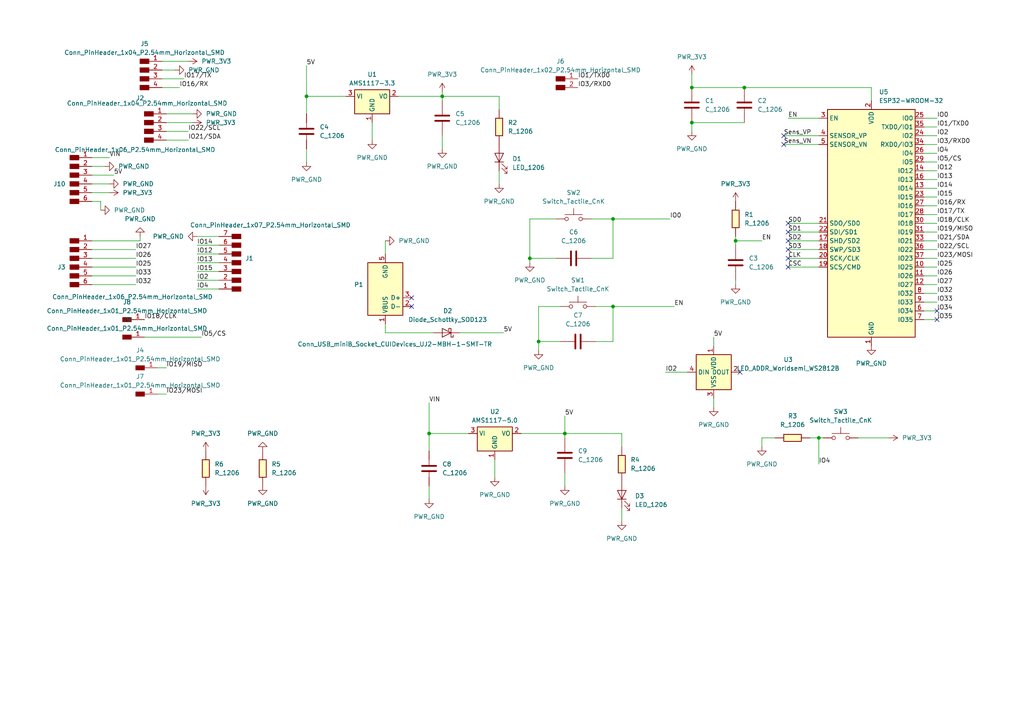
<source format=kicad_sch>
(kicad_sch (version 20231120) (generator "eeschema") (generator_version "8.0")
  (paper "A4")
  (lib_symbols
    (symbol "RF_Module:ESP32-WROOM-32"
      (property "Reference" "U" (at -12.7 34.29 0))
      (property "Value" "ESP32-WROOM-32" (at 1.27 34.29 0))
      (symbol "ESP32-WROOM-32_0_1"
        (rectangle (start -12.7 33.02) (end 12.7 -33.02) (stroke (width 0.254)) (fill (type background)))
      )
      (symbol "ESP32-WROOM-32_1_1"
        (pin power_in line (at 0 -35.56 90) (length 2.54) (name "GND") (number "1"))
        (pin bidirectional line (at 15.24 -12.7 180) (length 2.54) (name "IO25") (number "10"))
        (pin bidirectional line (at 15.24 -15.24 180) (length 2.54) (name "IO26") (number "11"))
        (pin bidirectional line (at 15.24 -17.78 180) (length 2.54) (name "IO27") (number "12"))
        (pin bidirectional line (at 15.24 10.16 180) (length 2.54) (name "IO14") (number "13"))
        (pin bidirectional line (at 15.24 15.24 180) (length 2.54) (name "IO12") (number "14"))
        (pin passive line (at 0 -35.56 90) (length 2.54) hide (name "GND") (number "15"))
        (pin bidirectional line (at 15.24 12.7 180) (length 2.54) (name "IO13") (number "16"))
        (pin bidirectional line (at -15.24 -5.08 0) (length 2.54) (name "SHD/SD2") (number "17"))
        (pin bidirectional line (at -15.24 -7.62 0) (length 2.54) (name "SWP/SD3") (number "18"))
        (pin bidirectional line (at -15.24 -12.7 0) (length 2.54) (name "SCS/CMD") (number "19"))
        (pin power_in line (at 0 35.56 270) (length 2.54) (name "VDD") (number "2"))
        (pin bidirectional line (at -15.24 -10.16 0) (length 2.54) (name "SCK/CLK") (number "20"))
        (pin bidirectional line (at -15.24 0 0) (length 2.54) (name "SDO/SD0") (number "21"))
        (pin bidirectional line (at -15.24 -2.54 0) (length 2.54) (name "SDI/SD1") (number "22"))
        (pin bidirectional line (at 15.24 7.62 180) (length 2.54) (name "IO15") (number "23"))
        (pin bidirectional line (at 15.24 25.4 180) (length 2.54) (name "IO2") (number "24"))
        (pin bidirectional line (at 15.24 30.48 180) (length 2.54) (name "IO0") (number "25"))
        (pin bidirectional line (at 15.24 20.32 180) (length 2.54) (name "IO4") (number "26"))
        (pin bidirectional line (at 15.24 5.08 180) (length 2.54) (name "IO16") (number "27"))
        (pin bidirectional line (at 15.24 2.54 180) (length 2.54) (name "IO17") (number "28"))
        (pin bidirectional line (at 15.24 17.78 180) (length 2.54) (name "IO5") (number "29"))
        (pin input line (at -15.24 30.48 0) (length 2.54) (name "EN") (number "3"))
        (pin bidirectional line (at 15.24 0 180) (length 2.54) (name "IO18") (number "30"))
        (pin bidirectional line (at 15.24 -2.54 180) (length 2.54) (name "IO19") (number "31"))
        (pin no_connect line (at -12.7 -27.94 0) (length 2.54) hide (name "NC") (number "32"))
        (pin bidirectional line (at 15.24 -5.08 180) (length 2.54) (name "IO21") (number "33"))
        (pin bidirectional line (at 15.24 22.86 180) (length 2.54) (name "RXD0/IO3") (number "34"))
        (pin bidirectional line (at 15.24 27.94 180) (length 2.54) (name "TXD0/IO1") (number "35"))
        (pin bidirectional line (at 15.24 -7.62 180) (length 2.54) (name "IO22") (number "36"))
        (pin bidirectional line (at 15.24 -10.16 180) (length 2.54) (name "IO23") (number "37"))
        (pin passive line (at 0 -35.56 90) (length 2.54) hide (name "GND") (number "38"))
        (pin passive line (at 0 -35.56 90) (length 2.54) hide (name "GND") (number "39"))
        (pin input line (at -15.24 25.4 0) (length 2.54) (name "SENSOR_VP") (number "4"))
        (pin input line (at -15.24 22.86 0) (length 2.54) (name "SENSOR_VN") (number "5"))
        (pin input line (at 15.24 -25.4 180) (length 2.54) (name "IO34") (number "6"))
        (pin input line (at 15.24 -27.94 180) (length 2.54) (name "IO35") (number "7"))
        (pin bidirectional line (at 15.24 -20.32 180) (length 2.54) (name "IO32") (number "8"))
        (pin bidirectional line (at 15.24 -22.86 180) (length 2.54) (name "IO33") (number "9"))
      )
    )
    (symbol "Regulator_Linear:AMS1117-3.3"
      (property "Reference" "U" (at -3.81 3.175 0))
      (property "Value" "AMS1117-3.3" (at 0 3.175 0))
      (symbol "AMS1117-3.3_0_1"
        (rectangle (start -5.08 -5.08) (end 5.08 1.905) (stroke (width 0.254)) (fill (type background)))
      )
      (symbol "AMS1117-3.3_1_1"
        (pin power_in line (at 0 -7.62 90) (length 2.54) (name "GND") (number "1"))
        (pin power_out line (at 7.62 0 180) (length 2.54) (name "VO") (number "2"))
        (pin power_in line (at -7.62 0 0) (length 2.54) (name "VI") (number "3"))
      )
    )
    (symbol "Regulator_Linear:AMS1117-5.0"
      (property "Reference" "U" (at -3.81 3.175 0))
      (property "Value" "AMS1117-5.0" (at 0 3.175 0))
      (symbol "AMS1117-5.0_0_1"
        (rectangle (start -5.08 -5.08) (end 5.08 1.905) (stroke (width 0.254)) (fill (type background)))
      )
      (symbol "AMS1117-5.0_1_1"
        (pin power_in line (at 0 -7.62 90) (length 2.54) (name "GND") (number "1"))
        (pin power_out line (at 7.62 0 180) (length 2.54) (name "VO") (number "2"))
        (pin power_in line (at -7.62 0 0) (length 2.54) (name "VI") (number "3"))
      )
    )
    (symbol "fab:C_1206" (pin_numbers hide)
      (property "Reference" "C" (at 0.635 2.54 0))
      (property "Value" "C_1206" (at 0.635 -2.54 0))
      (symbol "C_1206_0_1"
        (polyline (pts (xy -2.032 -0.762) (xy 2.032 -0.762)) (stroke (width 0.508)))
        (polyline (pts (xy -2.032 0.762) (xy 2.032 0.762)) (stroke (width 0.508)))
        (polyline (pts (xy 0 -0.635) (xy 0 -2.54)))
        (polyline (pts (xy 0 0.635) (xy 0 2.54)))
      )
      (symbol "C_1206_1_1"
        (pin passive line (at 0 5.08 270) (length 2.54) (name "~") (number "1"))
        (pin passive line (at 0 -5.08 90) (length 2.54) (name "~") (number "2"))
      )
    )
    (symbol "fab:Conn_PinHeader_1x01_P2.54mm_Horizontal_SMD" (pin_names (offset 1.016) hide)
      (property "Reference" "J" (at 0 2.54 0))
      (property "Value" "Conn_PinHeader_1x01_P2.54mm_Horizontal_SMD" (at 0 -2.54 0))
      (symbol "Conn_PinHeader_1x01_P2.54mm_Horizontal_SMD_1_1"
        (rectangle (start -1.27 0.635) (end 1.27 -0.635) (stroke (width 0.1524)) (fill (type outline)))
        (pin passive line (at 5.08 0 180) (length 3.81) (name "Pin_1") (number "1"))
      )
    )
    (symbol "fab:Conn_PinHeader_1x02_P2.54mm_Horizontal_SMD" (pin_names hide)
      (property "Reference" "J" (at 0 2.54 0))
      (property "Value" "Conn_PinHeader_1x02_P2.54mm_Horizontal_SMD" (at 0 -5.08 0))
      (symbol "Conn_PinHeader_1x02_P2.54mm_Horizontal_SMD_1_1"
        (rectangle (start -1.27 -1.905) (end 1.27 -3.175) (stroke (width 0.254)) (fill (type outline)))
        (rectangle (start -1.27 0.635) (end 1.27 -0.635) (stroke (width 0.254)) (fill (type outline)))
        (pin passive line (at 5.08 0 180) (length 3.81) (name "Pin_1") (number "1"))
        (pin passive line (at 5.08 -2.54 180) (length 3.81) (name "Pin_2") (number "2"))
      )
    )
    (symbol "fab:Conn_PinHeader_1x04_P2.54mm_Horizontal_SMD" (pin_names hide)
      (property "Reference" "J" (at 0 5.08 0))
      (property "Value" "Conn_PinHeader_1x04_P2.54mm_Horizontal_SMD" (at 0 -7.62 0))
      (symbol "Conn_PinHeader_1x04_P2.54mm_Horizontal_SMD_1_1"
        (rectangle (start -1.27 -4.445) (end 1.27 -5.715) (stroke (width 0.254)) (fill (type outline)))
        (rectangle (start -1.27 -1.905) (end 1.27 -3.175) (stroke (width 0.254)) (fill (type outline)))
        (rectangle (start -1.27 0.635) (end 1.27 -0.635) (stroke (width 0.254)) (fill (type outline)))
        (rectangle (start -1.27 3.175) (end 1.27 1.905) (stroke (width 0.254)) (fill (type outline)))
        (pin passive line (at 5.08 2.54 180) (length 3.81) (name "Pin_1") (number "1"))
        (pin passive line (at 5.08 0 180) (length 3.81) (name "Pin_2") (number "2"))
        (pin passive line (at 5.08 -2.54 180) (length 3.81) (name "Pin_3") (number "3"))
        (pin passive line (at 5.08 -5.08 180) (length 3.81) (name "Pin_4") (number "4"))
      )
    )
    (symbol "fab:Conn_PinHeader_1x06_P2.54mm_Horizontal_SMD" (pin_names hide)
      (property "Reference" "J" (at 0 7.62 0))
      (property "Value" "Conn_PinHeader_1x06_P2.54mm_Horizontal_SMD" (at 0 -10.16 0))
      (symbol "Conn_PinHeader_1x06_P2.54mm_Horizontal_SMD_1_1"
        (rectangle (start -1.27 -6.985) (end 1.27 -8.255) (stroke (width 0.254)) (fill (type outline)))
        (rectangle (start -1.27 -4.445) (end 1.27 -5.715) (stroke (width 0.254)) (fill (type outline)))
        (rectangle (start -1.27 -1.905) (end 1.27 -3.175) (stroke (width 0.254)) (fill (type outline)))
        (rectangle (start -1.27 0.635) (end 1.27 -0.635) (stroke (width 0.254)) (fill (type outline)))
        (rectangle (start -1.27 3.175) (end 1.27 1.905) (stroke (width 0.254)) (fill (type outline)))
        (rectangle (start -1.27 5.715) (end 1.27 4.445) (stroke (width 0.254)) (fill (type outline)))
        (pin passive line (at 5.08 5.08 180) (length 3.81) (name "Pin_1") (number "1"))
        (pin passive line (at 5.08 2.54 180) (length 3.81) (name "Pin_2") (number "2"))
        (pin passive line (at 5.08 0 180) (length 3.81) (name "Pin_3") (number "3"))
        (pin passive line (at 5.08 -2.54 180) (length 3.81) (name "Pin_4") (number "4"))
        (pin passive line (at 5.08 -5.08 180) (length 3.81) (name "Pin_5") (number "5"))
        (pin passive line (at 5.08 -7.62 180) (length 3.81) (name "Pin_6") (number "6"))
      )
    )
    (symbol "fab:Conn_PinHeader_1x07_P2.54mm_Horizontal_SMD" (pin_names hide)
      (property "Reference" "J" (at 0 10.16 0))
      (property "Value" "Conn_PinHeader_1x07_P2.54mm_Horizontal_SMD" (at 0 -10.16 0))
      (symbol "Conn_PinHeader_1x07_P2.54mm_Horizontal_SMD_1_1"
        (rectangle (start -1.27 -6.985) (end 1.27 -8.255) (stroke (width 0.254)) (fill (type outline)))
        (rectangle (start -1.27 -4.445) (end 1.27 -5.715) (stroke (width 0.254)) (fill (type outline)))
        (rectangle (start -1.27 -1.905) (end 1.27 -3.175) (stroke (width 0.254)) (fill (type outline)))
        (rectangle (start -1.27 0.635) (end 1.27 -0.635) (stroke (width 0.254)) (fill (type outline)))
        (rectangle (start -1.27 3.175) (end 1.27 1.905) (stroke (width 0.254)) (fill (type outline)))
        (rectangle (start -1.27 5.715) (end 1.27 4.445) (stroke (width 0.254)) (fill (type outline)))
        (rectangle (start -1.27 8.255) (end 1.27 6.985) (stroke (width 0.254)) (fill (type outline)))
        (pin passive line (at 5.08 7.62 180) (length 3.81) (name "Pin_1") (number "1"))
        (pin passive line (at 5.08 5.08 180) (length 3.81) (name "Pin_2") (number "2"))
        (pin passive line (at 5.08 2.54 180) (length 3.81) (name "Pin_3") (number "3"))
        (pin passive line (at 5.08 0 180) (length 3.81) (name "Pin_4") (number "4"))
        (pin passive line (at 5.08 -2.54 180) (length 3.81) (name "Pin_5") (number "5"))
        (pin passive line (at 5.08 -5.08 180) (length 3.81) (name "Pin_6") (number "6"))
        (pin passive line (at 5.08 -7.62 180) (length 3.81) (name "Pin_7") (number "7"))
      )
    )
    (symbol "fab:Conn_USB_miniB_Socket_CUIDevices_UJ2-MBH-1-SMT-TR"
      (property "Reference" "P" (at -5.08 8.89 0))
      (property "Value" "Conn_USB_miniB_Socket_CUIDevices_UJ2-MBH-1-SMT-TR" (at 1.27 8.89 0))
      (symbol "Conn_USB_miniB_Socket_CUIDevices_UJ2-MBH-1-SMT-TR_0_1"
        (rectangle (start -5.08 7.62) (end 5.08 -7.62) (stroke (width 0.254)) (fill (type background)))
      )
      (symbol "Conn_USB_miniB_Socket_CUIDevices_UJ2-MBH-1-SMT-TR_1_1"
        (pin power_in line (at 0 10.16 270) (length 2.54) (name "VBUS") (number "1"))
        (pin bidirectional line (at -7.62 5.08 0) (length 2.54) (name "D-") (number "2"))
        (pin bidirectional line (at -7.62 2.54 0) (length 2.54) (name "D+") (number "3"))
        (pin no_connect line (at -7.62 -5.08 0) (length 2.54) hide (name "NC") (number "4"))
        (pin power_in line (at 0 -10.16 90) (length 2.54) (name "GND") (number "5"))
      )
    )
    (symbol "fab:Diode_Schottky_SOD123" (pin_numbers hide) (pin_names (offset 1.016) hide)
      (property "Reference" "D" (at 0 2.54 0))
      (property "Value" "Diode_Schottky_SOD123" (at 0 -2.54 0))
      (symbol "Diode_Schottky_SOD123_0_1"
        (polyline (pts (xy 1.27 0) (xy -1.27 0)))
        (polyline (pts (xy 1.27 1.27) (xy 1.27 -1.27) (xy -1.27 0) (xy 1.27 1.27)) (stroke (width 0.2032)))
        (polyline (pts (xy -1.905 0.635) (xy -1.905 1.27) (xy -1.27 1.27) (xy -1.27 -1.27) (xy -0.635 -1.27) (xy -0.635 -0.635)) (stroke (width 0.2032)))
      )
      (symbol "Diode_Schottky_SOD123_1_1"
        (pin passive line (at -3.81 0 0) (length 2.54) (name "K") (number "1"))
        (pin passive line (at 3.81 0 180) (length 2.54) (name "A") (number "2"))
      )
    )
    (symbol "fab:LED_1206" (pin_numbers hide) (pin_names (offset 1.016) hide)
      (property "Reference" "D" (at 0 2.54 0))
      (property "Value" "LED_1206" (at 0 -2.54 0))
      (symbol "LED_1206_0_1"
        (polyline (pts (xy -1.27 -1.27) (xy -1.27 1.27)) (stroke (width 0.2032)))
        (polyline (pts (xy -1.27 0) (xy 1.27 0)))
        (polyline (pts (xy 1.27 -1.27) (xy 1.27 1.27) (xy -1.27 0) (xy 1.27 -1.27)) (stroke (width 0.2032)))
        (polyline (pts (xy -3.048 -0.762) (xy -4.572 -2.286) (xy -3.81 -2.286) (xy -4.572 -2.286) (xy -4.572 -1.524)))
        (polyline (pts (xy -1.778 -0.762) (xy -3.302 -2.286) (xy -2.54 -2.286) (xy -3.302 -2.286) (xy -3.302 -1.524)))
      )
      (symbol "LED_1206_1_1"
        (pin passive line (at -3.81 0 0) (length 2.54) (name "K") (number "1"))
        (pin passive line (at 3.81 0 180) (length 2.54) (name "A") (number "2"))
      )
    )
    (symbol "fab:LED_ADDR_Worldsemi_WS2812B"
      (property "Reference" "U" (at -5.08 5.715 0))
      (property "Value" "LED_ADDR_Worldsemi_WS2812B" (at 0.635 5.715 0))
      (symbol "LED_ADDR_Worldsemi_WS2812B_0_1"
        (rectangle (start -5.08 5.08) (end 5.08 -5.08) (stroke (width 0.254)) (fill (type background)))
      )
      (symbol "LED_ADDR_Worldsemi_WS2812B_1_1"
        (pin power_in line (at 0 7.62 270) (length 2.54) (name "VDD") (number "1"))
        (pin output line (at 7.62 0 180) (length 2.54) (name "DOUT") (number "2"))
        (pin power_in line (at 0 -7.62 90) (length 2.54) (name "VSS") (number "3"))
        (pin input line (at -7.62 0 0) (length 2.54) (name "DIN") (number "4"))
      )
    )
    (symbol "fab:PWR_3V3" (power) (pin_names (offset 0))
      (property "Value" "PWR_3V3" (at 0 3.556 0))
      (symbol "PWR_3V3_0_1"
        (polyline (pts (xy -0.762 1.27) (xy 0 2.54)))
        (polyline (pts (xy 0 0) (xy 0 2.54)))
        (polyline (pts (xy 0 2.54) (xy 0.762 1.27)))
      )
      (symbol "PWR_3V3_1_1"
        (pin power_in line (at 0 0 90) (length 0) hide (name "PWR_3V3") (number "1"))
      )
    )
    (symbol "fab:PWR_GND" (power) (pin_names (offset 0))
      (property "Value" "PWR_GND" (at 0 -3.81 0))
      (symbol "PWR_GND_0_1"
        (polyline (pts (xy 0 0) (xy 0 -1.27) (xy 1.27 -1.27) (xy 0 -2.54) (xy -1.27 -1.27) (xy 0 -1.27)))
      )
      (symbol "PWR_GND_1_1"
        (pin power_in line (at 0 0 270) (length 0) hide (name "PWR_GND") (number "1"))
      )
    )
    (symbol "fab:R_1206" (pin_numbers hide) (pin_names (offset 0))
      (property "Reference" "R" (at 2.54 0 90))
      (property "Value" "R_1206" (at -2.54 0 90))
      (symbol "R_1206_0_1"
        (rectangle (start -1.016 -2.54) (end 1.016 2.54) (stroke (width 0.254)) (fill (type background)))
      )
      (symbol "R_1206_1_1"
        (pin passive line (at 0 5.08 270) (length 2.54) (name "~") (number "1"))
        (pin passive line (at 0 -5.08 90) (length 2.54) (name "~") (number "2"))
      )
    )
    (symbol "fab:Switch_Tactile_CnK" (pin_numbers hide) (pin_names (offset 1.016) hide)
      (property "Reference" "SW" (at 1.27 3.81 0))
      (property "Value" "Switch_Tactile_CnK" (at 0 0 0))
      (symbol "Switch_Tactile_CnK_0_1"
        (circle (center -2.032 0) (radius 0.508))
        (polyline (pts (xy 0 1.27) (xy 0 3.048)))
        (polyline (pts (xy 2.54 1.27) (xy -2.54 1.27)))
        (circle (center 2.032 0) (radius 0.508))
        (pin passive line (at -5.08 0 0) (length 2.54) (name "1") (number "1"))
        (pin passive line (at 5.08 0 180) (length 2.54) (name "2") (number "2"))
      )
    )
  )
  (junction (at 215.9 25.4))
  (junction (at 88.9 27.94))
  (junction (at 200.66 35.56))
  (junction (at 237.49 127))
  (junction (at 200.66 25.4))
  (junction (at 213.36 69.85))
  (junction (at 177.8 88.9))
  (junction (at 163.83 125.73))
  (junction (at 156.21 99.06))
  (junction (at 128.27 27.94))
  (junction (at 153.67 74.93))
  (junction (at 124.46 125.73))
  (junction (at 177.8 63.5))
  (no_connect (at 119.38 88.9))
  (no_connect (at 228.6 72.39))
  (no_connect (at 228.6 69.85))
  (no_connect (at 227.33 39.37))
  (no_connect (at 214.63 107.95))
  (no_connect (at 119.38 86.36))
  (no_connect (at 271.78 90.17))
  (no_connect (at 228.6 67.31))
  (no_connect (at 227.33 41.91))
  (no_connect (at 228.6 64.77))
  (no_connect (at 271.78 92.71))
  (no_connect (at 228.6 77.47))
  (no_connect (at 228.6 74.93))
  (wire (pts (xy 48.26 35.56) (xy 55.88 35.56)))
  (wire (pts (xy 200.66 35.56) (xy 200.66 38.1)))
  (wire (pts (xy 213.36 68.58) (xy 213.36 69.85)))
  (wire (pts (xy 267.97 41.91) (xy 271.78 41.91)))
  (wire (pts (xy 143.51 133.35) (xy 143.51 138.43)))
  (wire (pts (xy 26.67 53.34) (xy 31.75 53.34)))
  (wire (pts (xy 200.66 25.4) (xy 215.9 25.4)))
  (wire (pts (xy 26.67 58.42) (xy 29.21 58.42)))
  (wire (pts (xy 63.5 68.58) (xy 57.15 68.58)))
  (wire (pts (xy 162.56 88.9) (xy 156.21 88.9)))
  (wire (pts (xy 26.67 77.47) (xy 39.37 77.47)))
  (wire (pts (xy 163.83 125.73) (xy 180.34 125.73)))
  (wire (pts (xy 88.9 43.18) (xy 88.9 46.99)))
  (wire (pts (xy 171.45 74.93) (xy 177.8 74.93)))
  (wire (pts (xy 26.67 82.55) (xy 39.37 82.55)))
  (wire (pts (xy 45.72 106.68) (xy 48.26 106.68)))
  (wire (pts (xy 26.67 72.39) (xy 39.37 72.39)))
  (wire (pts (xy 48.26 40.64) (xy 54.61 40.64)))
  (wire (pts (xy 220.98 127) (xy 224.79 127)))
  (wire (pts (xy 111.76 69.85) (xy 111.76 73.66)))
  (wire (pts (xy 228.6 64.77) (xy 237.49 64.77)))
  (wire (pts (xy 156.21 88.9) (xy 156.21 99.06)))
  (wire (pts (xy 267.97 59.69) (xy 271.78 59.69)))
  (wire (pts (xy 213.36 81.28) (xy 213.36 82.55)))
  (wire (pts (xy 215.9 25.4) (xy 252.73 25.4)))
  (wire (pts (xy 153.67 76.2) (xy 153.67 74.93)))
  (wire (pts (xy 63.5 81.28) (xy 57.15 81.28)))
  (wire (pts (xy 267.97 90.17) (xy 271.78 90.17)))
  (wire (pts (xy 228.6 77.47) (xy 237.49 77.47)))
  (wire (pts (xy 267.97 85.09) (xy 271.78 85.09)))
  (wire (pts (xy 124.46 140.97) (xy 124.46 144.78)))
  (wire (pts (xy 213.36 69.85) (xy 213.36 71.12)))
  (wire (pts (xy 100.33 27.94) (xy 88.9 27.94)))
  (wire (pts (xy 237.49 134.62) (xy 237.49 127)))
  (wire (pts (xy 177.8 99.06) (xy 177.8 88.9)))
  (wire (pts (xy 163.83 120.65) (xy 163.83 125.73)))
  (wire (pts (xy 26.67 55.88) (xy 31.75 55.88)))
  (wire (pts (xy 177.8 63.5) (xy 194.31 63.5)))
  (wire (pts (xy 107.95 35.56) (xy 107.95 40.64)))
  (wire (pts (xy 227.33 39.37) (xy 237.49 39.37)))
  (wire (pts (xy 128.27 27.94) (xy 128.27 29.21)))
  (wire (pts (xy 63.5 76.2) (xy 57.15 76.2)))
  (wire (pts (xy 161.29 63.5) (xy 153.67 63.5)))
  (wire (pts (xy 177.8 88.9) (xy 172.72 88.9)))
  (wire (pts (xy 267.97 77.47) (xy 271.78 77.47)))
  (wire (pts (xy 45.72 114.3) (xy 48.26 114.3)))
  (wire (pts (xy 156.21 99.06) (xy 162.56 99.06)))
  (wire (pts (xy 228.6 34.29) (xy 237.49 34.29)))
  (wire (pts (xy 26.67 48.26) (xy 30.48 48.26)))
  (wire (pts (xy 234.95 127) (xy 237.49 127)))
  (wire (pts (xy 125.73 96.52) (xy 111.76 96.52)))
  (wire (pts (xy 227.33 41.91) (xy 237.49 41.91)))
  (wire (pts (xy 163.83 137.16) (xy 163.83 140.97)))
  (wire (pts (xy 63.5 78.74) (xy 57.15 78.74)))
  (wire (pts (xy 207.01 97.79) (xy 207.01 100.33)))
  (wire (pts (xy 267.97 69.85) (xy 271.78 69.85)))
  (wire (pts (xy 40.64 69.85) (xy 40.64 68.58)))
  (wire (pts (xy 88.9 19.05) (xy 88.9 27.94)))
  (wire (pts (xy 172.72 99.06) (xy 177.8 99.06)))
  (wire (pts (xy 63.5 73.66) (xy 57.15 73.66)))
  (wire (pts (xy 267.97 54.61) (xy 271.78 54.61)))
  (wire (pts (xy 200.66 21.59) (xy 200.66 25.4)))
  (wire (pts (xy 220.98 129.54) (xy 220.98 127)))
  (wire (pts (xy 248.92 127) (xy 257.81 127)))
  (wire (pts (xy 115.57 27.94) (xy 128.27 27.94)))
  (wire (pts (xy 252.73 29.21) (xy 252.73 25.4)))
  (wire (pts (xy 153.67 74.93) (xy 161.29 74.93)))
  (wire (pts (xy 124.46 116.84) (xy 124.46 125.73)))
  (wire (pts (xy 180.34 147.32) (xy 180.34 151.13)))
  (wire (pts (xy 200.66 35.56) (xy 215.9 35.56)))
  (wire (pts (xy 128.27 26.67) (xy 128.27 27.94)))
  (wire (pts (xy 46.99 25.4) (xy 52.07 25.4)))
  (wire (pts (xy 228.6 72.39) (xy 237.49 72.39)))
  (wire (pts (xy 124.46 125.73) (xy 124.46 130.81)))
  (wire (pts (xy 41.91 97.79) (xy 58.42 97.79)))
  (wire (pts (xy 267.97 67.31) (xy 271.78 67.31)))
  (wire (pts (xy 267.97 72.39) (xy 271.78 72.39)))
  (wire (pts (xy 144.78 27.94) (xy 144.78 31.75)))
  (wire (pts (xy 267.97 57.15) (xy 271.78 57.15)))
  (wire (pts (xy 133.35 96.52) (xy 146.05 96.52)))
  (wire (pts (xy 26.67 80.01) (xy 39.37 80.01)))
  (wire (pts (xy 48.26 33.02) (xy 55.88 33.02)))
  (wire (pts (xy 46.99 22.86) (xy 53.34 22.86)))
  (wire (pts (xy 213.36 69.85) (xy 220.98 69.85)))
  (wire (pts (xy 267.97 34.29) (xy 271.78 34.29)))
  (wire (pts (xy 177.8 74.93) (xy 177.8 63.5)))
  (wire (pts (xy 63.5 83.82) (xy 57.15 83.82)))
  (wire (pts (xy 180.34 125.73) (xy 180.34 129.54)))
  (wire (pts (xy 177.8 63.5) (xy 171.45 63.5)))
  (wire (pts (xy 267.97 92.71) (xy 271.78 92.71)))
  (wire (pts (xy 135.89 125.73) (xy 124.46 125.73)))
  (wire (pts (xy 26.67 45.72) (xy 31.75 45.72)))
  (wire (pts (xy 228.6 69.85) (xy 237.49 69.85)))
  (wire (pts (xy 267.97 52.07) (xy 271.78 52.07)))
  (wire (pts (xy 267.97 36.83) (xy 271.78 36.83)))
  (wire (pts (xy 267.97 39.37) (xy 271.78 39.37)))
  (wire (pts (xy 228.6 67.31) (xy 237.49 67.31)))
  (wire (pts (xy 111.76 93.98) (xy 111.76 96.52)))
  (wire (pts (xy 88.9 27.94) (xy 88.9 33.02)))
  (wire (pts (xy 267.97 46.99) (xy 271.78 46.99)))
  (wire (pts (xy 46.99 17.78) (xy 54.61 17.78)))
  (wire (pts (xy 267.97 64.77) (xy 271.78 64.77)))
  (wire (pts (xy 237.49 127) (xy 238.76 127)))
  (wire (pts (xy 193.04 107.95) (xy 199.39 107.95)))
  (wire (pts (xy 267.97 80.01) (xy 271.78 80.01)))
  (wire (pts (xy 128.27 39.37) (xy 128.27 43.18)))
  (wire (pts (xy 156.21 101.6) (xy 156.21 99.06)))
  (wire (pts (xy 153.67 63.5) (xy 153.67 74.93)))
  (wire (pts (xy 144.78 49.53) (xy 144.78 53.34)))
  (wire (pts (xy 46.99 20.32) (xy 50.8 20.32)))
  (wire (pts (xy 26.67 69.85) (xy 40.64 69.85)))
  (wire (pts (xy 267.97 87.63) (xy 271.78 87.63)))
  (wire (pts (xy 163.83 125.73) (xy 163.83 127)))
  (wire (pts (xy 267.97 74.93) (xy 271.78 74.93)))
  (wire (pts (xy 177.8 88.9) (xy 195.58 88.9)))
  (wire (pts (xy 267.97 82.55) (xy 271.78 82.55)))
  (wire (pts (xy 151.13 125.73) (xy 163.83 125.73)))
  (wire (pts (xy 29.21 58.42) (xy 29.21 60.96)))
  (wire (pts (xy 26.67 74.93) (xy 39.37 74.93)))
  (wire (pts (xy 128.27 27.94) (xy 144.78 27.94)))
  (wire (pts (xy 63.5 71.12) (xy 57.15 71.12)))
  (wire (pts (xy 26.67 50.8) (xy 33.02 50.8)))
  (wire (pts (xy 267.97 44.45) (xy 271.78 44.45)))
  (wire (pts (xy 267.97 49.53) (xy 271.78 49.53)))
  (wire (pts (xy 267.97 62.23) (xy 271.78 62.23)))
  (wire (pts (xy 207.01 115.57) (xy 207.01 118.11)))
  (wire (pts (xy 48.26 38.1) (xy 54.61 38.1)))
  (wire (pts (xy 228.6 74.93) (xy 237.49 74.93)))
  (label "IO19{slash}MISO" (at 271.78 67.31 0))
  (label "IO4" (at 237.49 134.62 0))
  (label "IO27" (at 271.78 82.55 0))
  (label "IO21{slash}SDA" (at 271.78 69.85 0))
  (label "IO13" (at 271.78 52.07 0))
  (label "IO3{slash}RXD0" (at 271.78 41.91 0))
  (label "SD2" (at 228.6 69.85 0))
  (label "IO12" (at 57.15 73.66 0))
  (label "IO34" (at 271.78 90.17 0))
  (label "IO22{slash}SCL" (at 271.78 72.39 0))
  (label "IO4" (at 57.15 83.82 0))
  (label "IO5{slash}CS" (at 271.78 46.99 0))
  (label "IO1{slash}TXD0" (at 167.64 22.86 0))
  (label "IO16{slash}RX" (at 271.78 59.69 0))
  (label "5V" (at 88.9 19.05 0))
  (label "IO0" (at 194.31 63.5 0))
  (label "IO21{slash}SDA" (at 54.61 40.64 0))
  (label "Sens_VN" (at 227.33 41.91 0))
  (label "EN" (at 195.58 88.9 0))
  (label "IO17{slash}TX" (at 271.78 62.23 0))
  (label "IO35" (at 271.78 92.71 0))
  (label "IO4" (at 271.78 44.45 0))
  (label "IO32" (at 271.78 85.09 0))
  (label "Sens_VP" (at 227.33 39.37 0))
  (label "IO32" (at 39.37 82.55 0))
  (label "5V" (at 163.83 120.65 0))
  (label "EN" (at 220.98 69.85 0))
  (label "IO12" (at 271.78 49.53 0))
  (label "IO19{slash}MISO" (at 48.26 106.68 0))
  (label "SD0" (at 228.6 64.77 0))
  (label "IO14" (at 271.78 54.61 0))
  (label "IO18{slash}CLK" (at 271.78 64.77 0))
  (label "IO2" (at 193.04 107.95 0))
  (label "IO13" (at 57.15 76.2 0))
  (label "CSC" (at 228.6 77.47 0))
  (label "IO1{slash}TXD0" (at 271.78 36.83 0))
  (label "5V" (at 146.05 96.52 0))
  (label "IO14" (at 57.15 71.12 0))
  (label "IO23{slash}MOSI" (at 48.26 114.3 0))
  (label "IO33" (at 271.78 87.63 0))
  (label "VIN" (at 31.75 45.72 0))
  (label "IO25" (at 39.37 77.47 0))
  (label "IO33" (at 39.37 80.01 0))
  (label "IO0" (at 271.78 34.29 0))
  (label "5V" (at 207.01 97.79 0))
  (label "IO23{slash}MOSI" (at 271.78 74.93 0))
  (label "IO22{slash}SCL" (at 54.61 38.1 0))
  (label "CLK" (at 228.6 74.93 0))
  (label "IO3{slash}RXD0" (at 167.64 25.4 0))
  (label "VIN" (at 124.46 116.84 0))
  (label "IO26" (at 271.78 80.01 0))
  (label "SD3" (at 228.6 72.39 0))
  (label "IO25" (at 271.78 77.47 0))
  (label "EN" (at 228.6 34.29 0))
  (label "IO5{slash}CS" (at 58.42 97.79 0))
  (label "IO15" (at 57.15 78.74 0))
  (label "IO15" (at 271.78 57.15 0))
  (label "5V" (at 33.02 50.8 0))
  (label "SD1" (at 228.6 67.31 0))
  (label "IO26" (at 39.37 74.93 0))
  (label "IO16{slash}RX" (at 52.07 25.4 0))
  (label "IO18{slash}CLK" (at 41.91 92.71 0))
  (label "IO2" (at 271.78 39.37 0))
  (label "IO27" (at 39.37 72.39 0))
  (label "IO17{slash}TX" (at 53.34 22.86 0))
  (label "IO2" (at 57.15 81.28 0))
  (symbol (lib_id "fab:PWR_GND") (at 30.48 48.26 90) (unit 1)
    (property "Reference" "#PWR034" (effects (hide yes)))
    (property "Value" "PWR_GND" (at 34.29 48.2599 90) (effects (justify right)))
    (property "Description" "Power symbol creates a global label with name \"GND\" , ground" (effects (hide yes)))
  )
  (symbol (lib_id "fab:Conn_USB_miniB_Socket_CUIDevices_UJ2-MBH-1-SMT-TR") (at 111.76 83.82 180) (unit 1)
    (property "Reference" "P1" (at 105.41 82.5499 0) (effects (justify left)))
    (property "Value" "Conn_USB_miniB_Socket_CUIDevices_UJ2-MBH-1-SMT-TR" (at 142.748 99.822 0) (effects (justify left)))
    (property "Footprint" "fab:Conn_USB_miniB_Socket_CUIDevices_UJ2-MBH-1-SMT-TR" (effects (hide yes)))
    (property "Datasheet" "https://www.cuidevices.com/product/resource/uj2-mbh-smt.pdf" (effects (hide yes)))
    (property "Description" "CONN RCPT USB2.0 MINI B SMD R/A" (effects (hide yes)))
  )
  (symbol (lib_id "fab:PWR_3V3") (at 55.88 35.56 270) (unit 1)
    (property "Reference" "#PWR023" (effects (hide yes)))
    (property "Value" "PWR_3V3" (at 59.69 35.5599 90) (effects (justify left)))
    (property "Description" "Power symbol creates a global label with name \"+3V3\"" (effects (hide yes)))
  )
  (symbol (lib_id "fab:R_1206") (at 76.2 135.89 0) (unit 1)
    (property "Reference" "R5" (at 78.74 134.6199 0) (effects (justify left)))
    (property "Value" "R_1206" (at 78.74 137.1599 0) (effects (justify left)))
    (property "Footprint" "fab:R_1206" (effects (hide yes)))
    (property "Description" "Resistor" (effects (hide yes)))
  )
  (symbol (lib_id "fab:C_1206") (at 200.66 30.48 0) (unit 1)
    (property "Reference" "C1" (at 204.47 29.2099 0) (effects (justify left)))
    (property "Value" "C_1206" (at 204.47 31.7499 0) (effects (justify left)))
    (property "Footprint" "fab:C_1206" (effects (hide yes)))
    (property "Datasheet" "https://www.yageo.com/upload/media/product/productsearch/datasheet/mlcc/UPY-GP_NP0_16V-to-50V_18.pdf" (effects (hide yes)))
    (property "Description" "Unpolarized capacitor, SMD, 1206" (effects (hide yes)))
  )
  (symbol (lib_id "fab:PWR_GND") (at 213.36 82.55 0) (unit 1)
    (property "Reference" "#PWR05" (effects (hide yes)))
    (property "Value" "PWR_GND" (at 213.36 87.63 0))
    (property "Description" "Power symbol creates a global label with name \"GND\" , ground" (effects (hide yes)))
  )
  (symbol (lib_id "fab:PWR_GND") (at 107.95 40.64 0) (unit 1)
    (property "Reference" "#PWR07" (effects (hide yes)))
    (property "Value" "PWR_GND" (at 107.95 45.72 0))
    (property "Description" "Power symbol creates a global label with name \"GND\" , ground" (effects (hide yes)))
  )
  (symbol (lib_id "fab:PWR_GND") (at 57.15 68.58 270) (unit 1)
    (property "Reference" "#PWR022" (effects (hide yes)))
    (property "Value" "PWR_GND" (at 53.34 68.5799 90) (effects (justify right)))
    (property "Description" "Power symbol creates a global label with name \"GND\" , ground" (effects (hide yes)))
  )
  (symbol (lib_id "fab:R_1206") (at 213.36 63.5 0) (unit 1)
    (property "Reference" "R1" (at 215.9 62.2299 0) (effects (justify left)))
    (property "Value" "R_1206" (at 215.9 64.7699 0) (effects (justify left)))
    (property "Footprint" "fab:R_1206" (effects (hide yes)))
    (property "Description" "Resistor" (effects (hide yes)))
  )
  (symbol (lib_id "fab:PWR_GND") (at 143.51 138.43 0) (unit 1)
    (property "Reference" "#PWR017" (effects (hide yes)))
    (property "Value" "PWR_GND" (at 143.51 143.51 0))
    (property "Description" "Power symbol creates a global label with name \"GND\" , ground" (effects (hide yes)))
  )
  (symbol (lib_id "fab:Switch_Tactile_CnK") (at 243.84 127 0) (unit 1)
    (property "Reference" "SW3" (at 243.84 119.38 0))
    (property "Value" "Switch_Tactile_CnK" (at 243.84 121.92 0))
    (property "Footprint" "fab:Button_CnK_PTS636.0_6x3.5mm" (effects (hide yes)))
    (property "Datasheet" "https://www.ckswitches.com/media/2779/pts636.pdf" (effects (hide yes)))
    (property "Description" "Push button switch, C&K PTS636 SM25F SMTR LFS, Tactile Switch SPST-NO Top Actuated Surface Mount" (effects (hide yes)))
  )
  (symbol (lib_id "fab:PWR_3V3") (at 200.66 21.59 0) (unit 1)
    (property "Reference" "#PWR03" (effects (hide yes)))
    (property "Value" "PWR_3V3" (at 200.66 16.51 0))
    (property "Description" "Power symbol creates a global label with name \"+3V3\"" (effects (hide yes)))
  )
  (symbol (lib_id "fab:PWR_3V3") (at 59.69 140.97 180) (unit 1)
    (property "Reference" "#PWR033" (effects (hide yes)))
    (property "Value" "PWR_3V3" (at 59.69 146.05 0))
    (property "Description" "Power symbol creates a global label with name \"+3V3\"" (effects (hide yes)))
  )
  (symbol (lib_id "fab:PWR_3V3") (at 213.36 58.42 0) (unit 1)
    (property "Reference" "#PWR04" (effects (hide yes)))
    (property "Value" "PWR_3V3" (at 213.36 53.34 0))
    (property "Description" "Power symbol creates a global label with name \"+3V3\"" (effects (hide yes)))
  )
  (symbol (lib_id "fab:R_1206") (at 180.34 134.62 0) (unit 1)
    (property "Reference" "R4" (at 182.88 133.3499 0) (effects (justify left)))
    (property "Value" "R_1206" (at 182.88 135.8899 0) (effects (justify left)))
    (property "Footprint" "fab:R_1206" (effects (hide yes)))
    (property "Description" "Resistor" (effects (hide yes)))
  )
  (symbol (lib_id "Regulator_Linear:AMS1117-5.0") (at 143.51 125.73 0) (unit 1)
    (property "Reference" "U2" (at 143.51 119.38 0))
    (property "Value" "AMS1117-5.0" (at 143.51 121.92 0))
    (property "Footprint" "Package_TO_SOT_SMD:SOT-223-3_TabPin2" (effects (hide yes)))
    (property "Datasheet" "http://www.advanced-monolithic.com/pdf/ds1117.pdf" (effects (hide yes)))
    (property "Description" "1A Low Dropout regulator, positive, 5.0V fixed output, SOT-223" (effects (hide yes)))
  )
  (symbol (lib_id "fab:Switch_Tactile_CnK") (at 167.64 88.9 0) (unit 1)
    (property "Reference" "SW1" (at 167.64 81.28 0))
    (property "Value" "Switch_Tactile_CnK" (at 167.64 83.82 0))
    (property "Footprint" "fab:Button_CnK_PTS636.0_6x3.5mm" (effects (hide yes)))
    (property "Datasheet" "https://www.ckswitches.com/media/2779/pts636.pdf" (effects (hide yes)))
    (property "Description" "Push button switch, C&K PTS636 SM25F SMTR LFS, Tactile Switch SPST-NO Top Actuated Surface Mount" (effects (hide yes)))
  )
  (symbol (lib_id "fab:PWR_GND") (at 31.75 53.34 90) (unit 1)
    (property "Reference" "#PWR018" (effects (hide yes)))
    (property "Value" "PWR_GND" (at 35.56 53.3399 90) (effects (justify right)))
    (property "Description" "Power symbol creates a global label with name \"GND\" , ground" (effects (hide yes)))
  )
  (symbol (lib_id "fab:C_1206") (at 163.83 132.08 0) (unit 1)
    (property "Reference" "C9" (at 167.64 130.8099 0) (effects (justify left)))
    (property "Value" "C_1206" (at 167.64 133.3499 0) (effects (justify left)))
    (property "Footprint" "fab:C_1206" (effects (hide yes)))
    (property "Datasheet" "https://www.yageo.com/upload/media/product/productsearch/datasheet/mlcc/UPY-GP_NP0_16V-to-50V_18.pdf" (effects (hide yes)))
    (property "Description" "Unpolarized capacitor, SMD, 1206" (effects (hide yes)))
  )
  (symbol (lib_id "fab:R_1206") (at 144.78 36.83 0) (unit 1)
    (property "Reference" "R2" (at 147.32 35.5599 0) (effects (justify left)))
    (property "Value" "R_1206" (at 147.32 38.0999 0) (effects (justify left)))
    (property "Footprint" "fab:R_1206" (effects (hide yes)))
    (property "Description" "Resistor" (effects (hide yes)))
  )
  (symbol (lib_id "fab:Conn_PinHeader_1x06_P2.54mm_Horizontal_SMD") (at 21.59 74.93 0) (unit 1)
    (property "Reference" "J3" (at 19.05 77.4701 0) (effects (justify right)))
    (property "Value" "Conn_PinHeader_1x06_P2.54mm_Horizontal_SMD" (at 61.722 86.106 0) (effects (justify right)))
    (property "Footprint" "fab:PinHeader_1x06_P2.54mm_Horizontal_SMD" (effects (hide yes)))
    (property "Datasheet" "https://gct.co/files/specs/2.54mm-socket-spec.pdf" (effects (hide yes)))
    (property "Description" "Male connector, single row" (effects (hide yes)))
  )
  (symbol (lib_id "fab:Switch_Tactile_CnK") (at 166.37 63.5 0) (unit 1)
    (property "Reference" "SW2" (at 166.37 55.88 0))
    (property "Value" "Switch_Tactile_CnK" (at 166.37 58.42 0))
    (property "Footprint" "fab:Button_CnK_PTS636.0_6x3.5mm" (effects (hide yes)))
    (property "Datasheet" "https://www.ckswitches.com/media/2779/pts636.pdf" (effects (hide yes)))
    (property "Description" "Push button switch, C&K PTS636 SM25F SMTR LFS, Tactile Switch SPST-NO Top Actuated Surface Mount" (effects (hide yes)))
  )
  (symbol (lib_id "fab:Conn_PinHeader_1x04_P2.54mm_Horizontal_SMD") (at 41.91 20.32 0) (unit 1)
    (property "Reference" "J5" (at 41.91 12.7 0))
    (property "Value" "Conn_PinHeader_1x04_P2.54mm_Horizontal_SMD" (at 41.91 15.24 0))
    (property "Footprint" "fab:PinHeader_1x04_P2.54mm_Horizontal_SMD" (effects (hide yes)))
    (property "Description" "Male connector, single row" (effects (hide yes)))
  )
  (symbol (lib_id "fab:PWR_GND") (at 29.21 60.96 90) (unit 1)
    (property "Reference" "#PWR029" (effects (hide yes)))
    (property "Value" "PWR_GND" (at 33.02 60.9599 90) (effects (justify right)))
    (property "Description" "Power symbol creates a global label with name \"GND\" , ground" (effects (hide yes)))
  )
  (symbol (lib_id "fab:Conn_PinHeader_1x01_P2.54mm_Horizontal_SMD") (at 36.83 97.79 0) (unit 1)
    (property "Reference" "J9" (at 36.83 92.71 0))
    (property "Value" "Conn_PinHeader_1x01_P2.54mm_Horizontal_SMD" (at 36.83 95.25 0))
    (property "Footprint" "fab:PinHeader_1x01_P2.54mm_Horizontal_SMD" (effects (hide yes)))
    (property "Description" "Connector pin header 2.54mm pitch horizontal SMD" (effects (hide yes)))
  )
  (symbol (lib_id "fab:Conn_PinHeader_1x01_P2.54mm_Horizontal_SMD") (at 36.83 92.71 0) (unit 1)
    (property "Reference" "J8" (at 36.83 87.63 0))
    (property "Value" "Conn_PinHeader_1x01_P2.54mm_Horizontal_SMD" (at 36.83 90.17 0))
    (property "Footprint" "fab:PinHeader_1x01_P2.54mm_Horizontal_SMD" (effects (hide yes)))
    (property "Description" "Connector pin header 2.54mm pitch horizontal SMD" (effects (hide yes)))
  )
  (symbol (lib_id "Regulator_Linear:AMS1117-3.3") (at 107.95 27.94 0) (unit 1)
    (property "Reference" "U1" (at 107.95 21.59 0))
    (property "Value" "AMS1117-3.3" (at 107.95 24.13 0))
    (property "Footprint" "Package_TO_SOT_SMD:SOT-223-3_TabPin2" (effects (hide yes)))
    (property "Datasheet" "http://www.advanced-monolithic.com/pdf/ds1117.pdf" (effects (hide yes)))
    (property "Description" "1A Low Dropout regulator, positive, 3.3V fixed output, SOT-223" (effects (hide yes)))
  )
  (symbol (lib_id "fab:PWR_GND") (at 76.2 130.81 180) (unit 1)
    (property "Reference" "#PWR030" (effects (hide yes)))
    (property "Value" "PWR_GND" (at 76.2 125.73 0))
    (property "Description" "Power symbol creates a global label with name \"GND\" , ground" (effects (hide yes)))
  )
  (symbol (lib_id "fab:PWR_GND") (at 156.21 101.6 0) (unit 1)
    (property "Reference" "#PWR011" (effects (hide yes)))
    (property "Value" "PWR_GND" (at 156.21 106.68 0))
    (property "Description" "Power symbol creates a global label with name \"GND\" , ground" (effects (hide yes)))
  )
  (symbol (lib_id "fab:PWR_GND") (at 128.27 43.18 0) (unit 1)
    (property "Reference" "#PWR09" (effects (hide yes)))
    (property "Value" "PWR_GND" (at 128.27 48.26 0))
    (property "Description" "Power symbol creates a global label with name \"GND\" , ground" (effects (hide yes)))
  )
  (symbol (lib_id "fab:PWR_3V3") (at 257.81 127 270) (unit 1)
    (property "Reference" "#PWR032" (effects (hide yes)))
    (property "Value" "PWR_3V3" (at 261.62 126.9999 90) (effects (justify left)))
    (property "Description" "Power symbol creates a global label with name \"+3V3\"" (effects (hide yes)))
  )
  (symbol (lib_id "fab:PWR_GND") (at 124.46 144.78 0) (unit 1)
    (property "Reference" "#PWR016" (effects (hide yes)))
    (property "Value" "PWR_GND" (at 124.46 149.86 0))
    (property "Description" "Power symbol creates a global label with name \"GND\" , ground" (effects (hide yes)))
  )
  (symbol (lib_id "fab:PWR_GND") (at 163.83 140.97 0) (unit 1)
    (property "Reference" "#PWR019" (effects (hide yes)))
    (property "Value" "PWR_GND" (at 163.83 146.05 0))
    (property "Description" "Power symbol creates a global label with name \"GND\" , ground" (effects (hide yes)))
  )
  (symbol (lib_id "fab:Conn_PinHeader_1x01_P2.54mm_Horizontal_SMD") (at 40.64 106.68 0) (unit 1)
    (property "Reference" "J4" (at 40.64 101.6 0))
    (property "Value" "Conn_PinHeader_1x01_P2.54mm_Horizontal_SMD" (at 40.64 104.14 0))
    (property "Footprint" "fab:PinHeader_1x01_P2.54mm_Horizontal_SMD" (effects (hide yes)))
    (property "Description" "Connector pin header 2.54mm pitch horizontal SMD" (effects (hide yes)))
  )
  (symbol (lib_id "fab:C_1206") (at 128.27 34.29 0) (unit 1)
    (property "Reference" "C5" (at 132.08 33.0199 0) (effects (justify left)))
    (property "Value" "C_1206" (at 132.08 35.5599 0) (effects (justify left)))
    (property "Footprint" "fab:C_1206" (effects (hide yes)))
    (property "Datasheet" "https://www.yageo.com/upload/media/product/productsearch/datasheet/mlcc/UPY-GP_NP0_16V-to-50V_18.pdf" (effects (hide yes)))
    (property "Description" "Unpolarized capacitor, SMD, 1206" (effects (hide yes)))
  )
  (symbol (lib_id "fab:C_1206") (at 124.46 135.89 0) (unit 1)
    (property "Reference" "C8" (at 128.27 134.6199 0) (effects (justify left)))
    (property "Value" "C_1206" (at 128.27 137.1599 0) (effects (justify left)))
    (property "Footprint" "fab:C_1206" (effects (hide yes)))
    (property "Datasheet" "https://www.yageo.com/upload/media/product/productsearch/datasheet/mlcc/UPY-GP_NP0_16V-to-50V_18.pdf" (effects (hide yes)))
    (property "Description" "Unpolarized capacitor, SMD, 1206" (effects (hide yes)))
  )
  (symbol (lib_id "fab:PWR_GND") (at 50.8 20.32 90) (unit 1)
    (property "Reference" "#PWR025" (effects (hide yes)))
    (property "Value" "PWR_GND" (at 54.61 20.3199 90) (effects (justify right)))
    (property "Description" "Power symbol creates a global label with name \"GND\" , ground" (effects (hide yes)))
  )
  (symbol (lib_id "fab:Conn_PinHeader_1x04_P2.54mm_Horizontal_SMD") (at 43.18 35.56 0) (unit 1)
    (property "Reference" "J2" (at 40.64 28.448 0))
    (property "Value" "Conn_PinHeader_1x04_P2.54mm_Horizontal_SMD" (at 42.672 29.972 0))
    (property "Footprint" "fab:PinHeader_1x04_P2.54mm_Horizontal_SMD" (effects (hide yes)))
    (property "Description" "Male connector, single row" (effects (hide yes)))
  )
  (symbol (lib_id "fab:PWR_GND") (at 180.34 151.13 0) (unit 1)
    (property "Reference" "#PWR020" (effects (hide yes)))
    (property "Value" "PWR_GND" (at 180.34 156.21 0))
    (property "Description" "Power symbol creates a global label with name \"GND\" , ground" (effects (hide yes)))
  )
  (symbol (lib_id "fab:C_1206") (at 213.36 76.2 0) (unit 1)
    (property "Reference" "C3" (at 217.17 74.9299 0) (effects (justify left)))
    (property "Value" "C_1206" (at 217.17 77.4699 0) (effects (justify left)))
    (property "Footprint" "fab:C_1206" (effects (hide yes)))
    (property "Datasheet" "https://www.yageo.com/upload/media/product/productsearch/datasheet/mlcc/UPY-GP_NP0_16V-to-50V_18.pdf" (effects (hide yes)))
    (property "Description" "Unpolarized capacitor, SMD, 1206" (effects (hide yes)))
  )
  (symbol (lib_id "fab:C_1206") (at 167.64 99.06 90) (unit 1)
    (property "Reference" "C7" (at 167.64 91.44 90))
    (property "Value" "C_1206" (at 167.64 93.98 90))
    (property "Footprint" "fab:C_1206" (effects (hide yes)))
    (property "Datasheet" "https://www.yageo.com/upload/media/product/productsearch/datasheet/mlcc/UPY-GP_NP0_16V-to-50V_18.pdf" (effects (hide yes)))
    (property "Description" "Unpolarized capacitor, SMD, 1206" (effects (hide yes)))
  )
  (symbol (lib_id "fab:PWR_GND") (at 88.9 46.99 0) (unit 1)
    (property "Reference" "#PWR08" (effects (hide yes)))
    (property "Value" "PWR_GND" (at 88.9 52.07 0))
    (property "Description" "Power symbol creates a global label with name \"GND\" , ground" (effects (hide yes)))
  )
  (symbol (lib_id "fab:PWR_3V3") (at 31.75 55.88 270) (unit 1)
    (property "Reference" "#PWR021" (effects (hide yes)))
    (property "Value" "PWR_3V3" (at 35.56 55.8799 90) (effects (justify left)))
    (property "Description" "Power symbol creates a global label with name \"+3V3\"" (effects (hide yes)))
  )
  (symbol (lib_id "fab:C_1206") (at 215.9 30.48 0) (unit 1)
    (property "Reference" "C2" (at 219.71 29.2099 0) (effects (justify left)))
    (property "Value" "C_1206" (at 219.71 31.7499 0) (effects (justify left)))
    (property "Footprint" "fab:C_1206" (effects (hide yes)))
    (property "Datasheet" "https://www.yageo.com/upload/media/product/productsearch/datasheet/mlcc/UPY-GP_NP0_16V-to-50V_18.pdf" (effects (hide yes)))
    (property "Description" "Unpolarized capacitor, SMD, 1206" (effects (hide yes)))
  )
  (symbol (lib_id "fab:Conn_PinHeader_1x01_P2.54mm_Horizontal_SMD") (at 40.64 114.3 0) (unit 1)
    (property "Reference" "J7" (at 40.64 109.22 0))
    (property "Value" "Conn_PinHeader_1x01_P2.54mm_Horizontal_SMD" (at 40.64 111.76 0))
    (property "Footprint" "fab:PinHeader_1x01_P2.54mm_Horizontal_SMD" (effects (hide yes)))
    (property "Description" "Connector pin header 2.54mm pitch horizontal SMD" (effects (hide yes)))
  )
  (symbol (lib_id "RF_Module:ESP32-WROOM-32") (at 252.73 64.77 0) (unit 1)
    (property "Reference" "U5" (at 254.9241 26.67 0) (effects (justify left)))
    (property "Value" "ESP32-WROOM-32" (at 254.9241 29.21 0) (effects (justify left)))
    (property "Footprint" "RF_Module:ESP32-WROOM-32" (effects (hide yes)))
    (property "Datasheet" "https://www.espressif.com/sites/default/files/documentation/esp32-wroom-32_datasheet_en.pdf" (effects (hide yes)))
    (property "Description" "RF Module, ESP32-D0WDQ6 SoC, Wi-Fi 802.11b/g/n, Bluetooth, BLE, 32-bit, 2.7-3.6V, onboard antenna, SMD" (effects (hide yes)))
  )
  (symbol (lib_id "fab:C_1206") (at 88.9 38.1 0) (unit 1)
    (property "Reference" "C4" (at 92.71 36.8299 0) (effects (justify left)))
    (property "Value" "C_1206" (at 92.71 39.3699 0) (effects (justify left)))
    (property "Footprint" "fab:C_1206" (effects (hide yes)))
    (property "Datasheet" "https://www.yageo.com/upload/media/product/productsearch/datasheet/mlcc/UPY-GP_NP0_16V-to-50V_18.pdf" (effects (hide yes)))
    (property "Description" "Unpolarized capacitor, SMD, 1206" (effects (hide yes)))
  )
  (symbol (lib_id "fab:PWR_GND") (at 207.01 118.11 0) (unit 1)
    (property "Reference" "#PWR014" (effects (hide yes)))
    (property "Value" "PWR_GND" (at 207.01 123.19 0))
    (property "Description" "Power symbol creates a global label with name \"GND\" , ground" (effects (hide yes)))
  )
  (symbol (lib_id "fab:PWR_GND") (at 55.88 33.02 90) (unit 1)
    (property "Reference" "#PWR026" (effects (hide yes)))
    (property "Value" "PWR_GND" (at 59.69 33.0199 90) (effects (justify right)))
    (property "Description" "Power symbol creates a global label with name \"GND\" , ground" (effects (hide yes)))
  )
  (symbol (lib_id "fab:PWR_3V3") (at 128.27 26.67 0) (unit 1)
    (property "Reference" "#PWR010" (effects (hide yes)))
    (property "Value" "PWR_3V3" (at 128.27 21.59 0))
    (property "Description" "Power symbol creates a global label with name \"+3V3\"" (effects (hide yes)))
  )
  (symbol (lib_id "fab:Conn_PinHeader_1x06_P2.54mm_Horizontal_SMD") (at 21.59 50.8 0) (unit 1)
    (property "Reference" "J10" (at 19.05 53.3401 0) (effects (justify right)))
    (property "Value" "Conn_PinHeader_1x06_P2.54mm_Horizontal_SMD" (at 62.484 43.434 0) (effects (justify right)))
    (property "Footprint" "fab:PinHeader_1x06_P2.54mm_Horizontal_SMD" (effects (hide yes)))
    (property "Datasheet" "https://gct.co/files/specs/2.54mm-socket-spec.pdf" (effects (hide yes)))
    (property "Description" "Male connector, single row" (effects (hide yes)))
  )
  (symbol (lib_id "fab:PWR_GND") (at 153.67 76.2 0) (unit 1)
    (property "Reference" "#PWR012" (effects (hide yes)))
    (property "Value" "PWR_GND" (at 153.67 81.28 0))
    (property "Description" "Power symbol creates a global label with name \"GND\" , ground" (effects (hide yes)))
  )
  (symbol (lib_id "fab:PWR_GND") (at 76.2 140.97 0) (unit 1)
    (property "Reference" "#PWR027" (effects (hide yes)))
    (property "Value" "PWR_GND" (at 76.2 146.05 0))
    (property "Description" "Power symbol creates a global label with name \"GND\" , ground" (effects (hide yes)))
  )
  (symbol (lib_id "fab:R_1206") (at 229.87 127 90) (unit 1)
    (property "Reference" "R3" (at 229.87 120.65 90))
    (property "Value" "R_1206" (at 229.87 123.19 90))
    (property "Footprint" "fab:R_1206" (effects (hide yes)))
    (property "Description" "Resistor" (effects (hide yes)))
  )
  (symbol (lib_id "fab:Conn_PinHeader_1x02_P2.54mm_Horizontal_SMD") (at 162.56 22.86 0) (unit 1)
    (property "Reference" "J6" (at 162.56 17.78 0))
    (property "Value" "Conn_PinHeader_1x02_P2.54mm_Horizontal_SMD" (at 162.56 20.32 0))
    (property "Footprint" "fab:PinHeader_1x02_P2.54mm_Horizontal_SMD" (effects (hide yes)))
    (property "Description" "Male connector, single row" (effects (hide yes)))
  )
  (symbol (lib_id "fab:Diode_Schottky_SOD123") (at 129.54 96.52 180) (unit 1)
    (property "Reference" "D2" (at 129.8575 90.17 0))
    (property "Value" "Diode_Schottky_SOD123" (at 129.8575 92.71 0))
    (property "Footprint" "fab:SOD-123" (effects (hide yes)))
    (property "Datasheet" "https://www.st.com/content/ccc/resource/technical/document/datasheet/c6/32/d4/4a/28/d3/4b/11/CD00004930.pdf/files/CD00004930.pdf/jcr:content/translations/en.CD00004930.pdf" (effects (hide yes)))
    (property "Description" "Schottky diode" (effects (hide yes)))
  )
  (symbol (lib_id "fab:PWR_GND") (at 40.64 68.58 180) (unit 1)
    (property "Reference" "#PWR028" (effects (hide yes)))
    (property "Value" "PWR_GND" (at 40.64 63.5 0))
    (property "Description" "Power symbol creates a global label with name \"GND\" , ground" (effects (hide yes)))
  )
  (symbol (lib_id "fab:PWR_GND") (at 252.73 100.33 0) (unit 1)
    (property "Reference" "#PWR01" (effects (hide yes)))
    (property "Value" "PWR_GND" (at 252.73 105.41 0))
    (property "Description" "Power symbol creates a global label with name \"GND\" , ground" (effects (hide yes)))
  )
  (symbol (lib_id "fab:LED_1206") (at 180.34 143.51 90) (unit 1)
    (property "Reference" "D3" (at 184.15 143.8401 90) (effects (justify right)))
    (property "Value" "LED_1206" (at 184.15 146.3801 90) (effects (justify right)))
    (property "Footprint" "fab:LED_1206" (effects (hide yes)))
    (property "Datasheet" "https://optoelectronics.liteon.com/upload/download/DS-22-98-0002/LTST-C150CKT.pdf" (effects (hide yes)))
    (property "Description" "Light emitting diode, Lite-On Inc. LTST, SMD" (effects (hide yes)))
  )
  (symbol (lib_id "fab:PWR_3V3") (at 54.61 17.78 270) (unit 1)
    (property "Reference" "#PWR024" (effects (hide yes)))
    (property "Value" "PWR_3V3" (at 58.42 17.7799 90) (effects (justify left)))
    (property "Description" "Power symbol creates a global label with name \"+3V3\"" (effects (hide yes)))
  )
  (symbol (lib_id "fab:PWR_GND") (at 220.98 129.54 0) (unit 1)
    (property "Reference" "#PWR015" (effects (hide yes)))
    (property "Value" "PWR_GND" (at 220.98 134.62 0))
    (property "Description" "Power symbol creates a global label with name \"GND\" , ground" (effects (hide yes)))
  )
  (symbol (lib_id "fab:LED_1206") (at 144.78 45.72 90) (unit 1)
    (property "Reference" "D1" (at 148.59 46.0501 90) (effects (justify right)))
    (property "Value" "LED_1206" (at 148.59 48.5901 90) (effects (justify right)))
    (property "Footprint" "fab:LED_1206" (effects (hide yes)))
    (property "Datasheet" "https://optoelectronics.liteon.com/upload/download/DS-22-98-0002/LTST-C150CKT.pdf" (effects (hide yes)))
    (property "Description" "Light emitting diode, Lite-On Inc. LTST, SMD" (effects (hide yes)))
  )
  (symbol (lib_id "fab:C_1206") (at 166.37 74.93 90) (unit 1)
    (property "Reference" "C6" (at 166.37 67.31 90))
    (property "Value" "C_1206" (at 166.37 69.85 90))
    (property "Footprint" "fab:C_1206" (effects (hide yes)))
    (property "Datasheet" "https://www.yageo.com/upload/media/product/productsearch/datasheet/mlcc/UPY-GP_NP0_16V-to-50V_18.pdf" (effects (hide yes)))
    (property "Description" "Unpolarized capacitor, SMD, 1206" (effects (hide yes)))
  )
  (symbol (lib_id "fab:R_1206") (at 59.69 135.89 0) (unit 1)
    (property "Reference" "R6" (at 62.23 134.6199 0) (effects (justify left)))
    (property "Value" "R_1206" (at 62.23 137.1599 0) (effects (justify left)))
    (property "Footprint" "fab:R_1206" (effects (hide yes)))
    (property "Description" "Resistor" (effects (hide yes)))
  )
  (symbol (lib_id "fab:PWR_GND") (at 200.66 38.1 0) (unit 1)
    (property "Reference" "#PWR02" (effects (hide yes)))
    (property "Value" "PWR_GND" (at 200.66 43.18 0))
    (property "Description" "Power symbol creates a global label with name \"GND\" , ground" (effects (hide yes)))
  )
  (symbol (lib_id "fab:Conn_PinHeader_1x07_P2.54mm_Horizontal_SMD") (at 68.58 76.2 180) (unit 1)
    (property "Reference" "J1" (at 71.12 74.9299 0) (effects (justify right)))
    (property "Value" "Conn_PinHeader_1x07_P2.54mm_Horizontal_SMD" (at 55.118 65.278 0) (effects (justify right)))
    (property "Footprint" "fab:PinHeader_1x07_P2.54mm_Horizontal_SMD" (effects (hide yes)))
    (property "Description" "Male connector, single row" (effects (hide yes)))
  )
  (symbol (lib_id "fab:PWR_GND") (at 111.76 69.85 90) (unit 1)
    (property "Reference" "#PWR013" (effects (hide yes)))
    (property "Value" "PWR_GND" (at 115.57 69.8499 90) (effects (justify right)))
    (property "Description" "Power symbol creates a global label with name \"GND\" , ground" (effects (hide yes)))
  )
  (symbol (lib_id "fab:PWR_GND") (at 144.78 53.34 0) (unit 1)
    (property "Reference" "#PWR06" (effects (hide yes)))
    (property "Value" "PWR_GND" (at 144.78 58.42 0))
    (property "Description" "Power symbol creates a global label with name \"GND\" , ground" (effects (hide yes)))
  )
  (symbol (lib_id "fab:LED_ADDR_Worldsemi_WS2812B") (at 207.01 107.95 0) (unit 1)
    (property "Reference" "U3" (at 228.6 104.302 0))
    (property "Value" "LED_ADDR_Worldsemi_WS2812B" (at 228.6 106.842 0))
    (property "Footprint" "fab:LED_ADDR_Worldsemi_WS2812B" (effects (hide yes)))
    (property "Datasheet" "http://cdn.sparkfun.com/datasheets/BreakoutBoards/WS2812B.pdf" (effects (hide yes)))
    (property "Description" "Worldsemi WS2812B, Adafruit Industries LLC ADDRESS LED SERIAL RGB 100PK" (effects (hide yes)))
  )
  (symbol (lib_id "fab:PWR_3V3") (at 59.69 130.81 0) (unit 1)
    (property "Reference" "#PWR031" (effects (hide yes)))
    (property "Value" "PWR_3V3" (at 59.69 125.73 0))
    (property "Description" "Power symbol creates a global label with name \"+3V3\"" (effects (hide yes)))
  )
)
</source>
